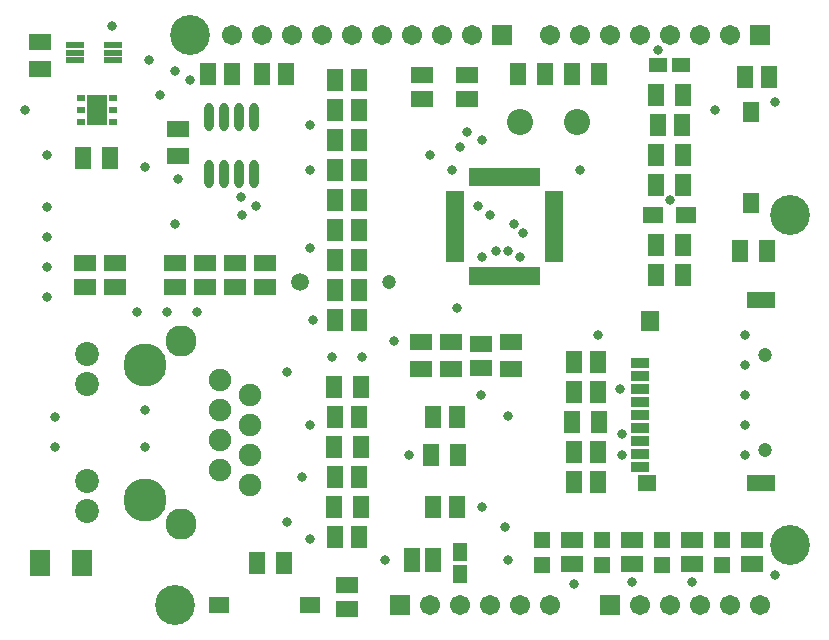
<source format=gts>
G04 Layer_Color=8388736*
%FSLAX25Y25*%
%MOIN*%
G70*
G01*
G75*
%ADD54R,0.07300X0.05800*%
%ADD55R,0.05800X0.07300*%
%ADD56R,0.07099X0.05721*%
%ADD57R,0.06800X0.08800*%
%ADD58R,0.06706X0.05524*%
%ADD59R,0.05918X0.03556*%
%ADD60R,0.06312X0.05524*%
%ADD61R,0.09461X0.05524*%
%ADD62R,0.06312X0.07099*%
%ADD63R,0.05918X0.04934*%
%ADD64R,0.01981X0.06312*%
%ADD65R,0.06312X0.01981*%
%ADD66R,0.04934X0.05918*%
%ADD67R,0.05721X0.08083*%
%ADD68R,0.05524X0.05524*%
%ADD69R,0.05524X0.06706*%
%ADD70R,0.05918X0.02375*%
%ADD71R,0.06706X0.10249*%
%ADD72R,0.03162X0.02375*%
%ADD73O,0.03162X0.09461*%
%ADD74C,0.13300*%
%ADD75C,0.06706*%
%ADD76R,0.06706X0.06706*%
%ADD77C,0.08674*%
%ADD78C,0.04737*%
%ADD79C,0.05918*%
%ADD80C,0.10367*%
%ADD81C,0.07493*%
%ADD82C,0.07965*%
%ADD83C,0.14383*%
%ADD84C,0.03300*%
D54*
X35000Y116000D02*
D03*
Y124000D02*
D03*
X25000Y116000D02*
D03*
Y124000D02*
D03*
X65000Y116000D02*
D03*
Y124000D02*
D03*
X55000Y116000D02*
D03*
Y124000D02*
D03*
X85000Y116000D02*
D03*
Y124000D02*
D03*
X75000Y116000D02*
D03*
Y124000D02*
D03*
X147000Y88500D02*
D03*
Y97500D02*
D03*
X167000Y88500D02*
D03*
Y97500D02*
D03*
X112500Y8500D02*
D03*
Y16500D02*
D03*
X137500Y186500D02*
D03*
Y178500D02*
D03*
X152500Y186500D02*
D03*
Y178500D02*
D03*
X137000Y88500D02*
D03*
Y97500D02*
D03*
X157000Y89000D02*
D03*
Y97000D02*
D03*
X187500Y23500D02*
D03*
Y31500D02*
D03*
X207500D02*
D03*
Y23500D02*
D03*
X227500Y31500D02*
D03*
Y23500D02*
D03*
X247500Y31500D02*
D03*
Y23500D02*
D03*
X10000Y197500D02*
D03*
Y188500D02*
D03*
X56000Y159500D02*
D03*
Y168500D02*
D03*
D55*
X108000Y82500D02*
D03*
X117000D02*
D03*
X108500Y72500D02*
D03*
X116500D02*
D03*
X108500Y52500D02*
D03*
X116500D02*
D03*
X108000Y42500D02*
D03*
X117000D02*
D03*
X108500Y32500D02*
D03*
X116500D02*
D03*
X141000Y72500D02*
D03*
X149000D02*
D03*
X224500Y120000D02*
D03*
X215500D02*
D03*
X224500Y130000D02*
D03*
X215500D02*
D03*
X224500Y160000D02*
D03*
X215500D02*
D03*
X224000Y170000D02*
D03*
X216000D02*
D03*
X169500Y187000D02*
D03*
X178500D02*
D03*
X196500D02*
D03*
X187500D02*
D03*
X108500Y185000D02*
D03*
X116500D02*
D03*
X108500Y175000D02*
D03*
X116500D02*
D03*
X108500Y165000D02*
D03*
X116500D02*
D03*
X108500Y155000D02*
D03*
X116500D02*
D03*
X108500Y145000D02*
D03*
X116500D02*
D03*
X108500Y135000D02*
D03*
X116500D02*
D03*
X108500Y125000D02*
D03*
X116500D02*
D03*
X108500Y115000D02*
D03*
X116500D02*
D03*
X108500Y105000D02*
D03*
X116500D02*
D03*
X82500Y24000D02*
D03*
X91500D02*
D03*
X196000Y51000D02*
D03*
X188000D02*
D03*
X196000Y81000D02*
D03*
X188000D02*
D03*
X196000Y61000D02*
D03*
X188000D02*
D03*
X196000Y91000D02*
D03*
X188000D02*
D03*
X187500Y71000D02*
D03*
X196500D02*
D03*
X224500Y150000D02*
D03*
X215500D02*
D03*
X224500Y180000D02*
D03*
X215500D02*
D03*
X108000Y62500D02*
D03*
X117000D02*
D03*
X149500Y60000D02*
D03*
X140500D02*
D03*
X245000Y186000D02*
D03*
X253000D02*
D03*
X252500Y128000D02*
D03*
X243500D02*
D03*
X24500Y159000D02*
D03*
X33500D02*
D03*
X74000Y187000D02*
D03*
X66000D02*
D03*
X84000D02*
D03*
X92000D02*
D03*
X141000Y42500D02*
D03*
X149000D02*
D03*
D56*
X225413Y140000D02*
D03*
X214587D02*
D03*
D57*
X24000Y24000D02*
D03*
X10000D02*
D03*
D58*
X69842Y10000D02*
D03*
X100157D02*
D03*
D59*
X210000Y90492D02*
D03*
Y86161D02*
D03*
Y81831D02*
D03*
Y77500D02*
D03*
Y73169D02*
D03*
Y68839D02*
D03*
Y64508D02*
D03*
Y60177D02*
D03*
Y55847D02*
D03*
D60*
X212559Y50728D02*
D03*
D61*
X250354D02*
D03*
Y111752D02*
D03*
D62*
X213347Y104665D02*
D03*
D63*
X216260Y190000D02*
D03*
X223740D02*
D03*
D64*
X154173Y119465D02*
D03*
X156142D02*
D03*
X158110D02*
D03*
X160079D02*
D03*
X162047D02*
D03*
X164016D02*
D03*
X165984D02*
D03*
X167953D02*
D03*
X169921D02*
D03*
X171890D02*
D03*
X173858D02*
D03*
X175827D02*
D03*
Y152535D02*
D03*
X173858D02*
D03*
X171890D02*
D03*
X169921D02*
D03*
X167953D02*
D03*
X165984D02*
D03*
X164016D02*
D03*
X162047D02*
D03*
X160079D02*
D03*
X158110D02*
D03*
X156142D02*
D03*
X154173D02*
D03*
D65*
X181535Y125173D02*
D03*
Y127142D02*
D03*
Y129110D02*
D03*
Y131079D02*
D03*
Y133047D02*
D03*
Y135016D02*
D03*
Y136984D02*
D03*
Y138953D02*
D03*
Y140921D02*
D03*
Y142890D02*
D03*
Y144858D02*
D03*
Y146827D02*
D03*
X148465D02*
D03*
Y144858D02*
D03*
Y142890D02*
D03*
Y140921D02*
D03*
Y138953D02*
D03*
Y136984D02*
D03*
Y135016D02*
D03*
Y133047D02*
D03*
Y131079D02*
D03*
Y129110D02*
D03*
Y127142D02*
D03*
Y125173D02*
D03*
D66*
X150000Y27740D02*
D03*
Y20260D02*
D03*
D67*
X134055Y25000D02*
D03*
X140945D02*
D03*
D68*
X177499Y23367D02*
D03*
Y31635D02*
D03*
X197499Y23367D02*
D03*
Y31635D02*
D03*
X217499Y23367D02*
D03*
Y31635D02*
D03*
X237499Y23367D02*
D03*
Y31635D02*
D03*
D69*
X247000Y143842D02*
D03*
Y174158D02*
D03*
D70*
X21701Y196559D02*
D03*
Y194000D02*
D03*
Y191441D02*
D03*
X34299D02*
D03*
Y194000D02*
D03*
Y196559D02*
D03*
D71*
X29000Y175000D02*
D03*
D72*
X34315Y178937D02*
D03*
Y175000D02*
D03*
Y171063D02*
D03*
X23685D02*
D03*
Y175000D02*
D03*
Y178937D02*
D03*
D73*
X81500Y172449D02*
D03*
X76500D02*
D03*
X71500D02*
D03*
X66500D02*
D03*
X81500Y153551D02*
D03*
X76500D02*
D03*
X71500D02*
D03*
X66500D02*
D03*
D74*
X55000Y10000D02*
D03*
X260000Y30000D02*
D03*
Y140000D02*
D03*
X60000Y200000D02*
D03*
D75*
X180000D02*
D03*
X210000D02*
D03*
X240000D02*
D03*
X230000D02*
D03*
X220000D02*
D03*
X200000D02*
D03*
X190000D02*
D03*
X74000D02*
D03*
X84000D02*
D03*
X94000D02*
D03*
X124000D02*
D03*
X154000D02*
D03*
X144000D02*
D03*
X134000D02*
D03*
X114000D02*
D03*
X104000D02*
D03*
X180000Y10000D02*
D03*
X160000D02*
D03*
X150000D02*
D03*
X140000D02*
D03*
X170000D02*
D03*
X250000D02*
D03*
X230000D02*
D03*
X220000D02*
D03*
X210000D02*
D03*
X240000D02*
D03*
D76*
X250000Y200000D02*
D03*
X164000D02*
D03*
X130000Y10000D02*
D03*
X200000D02*
D03*
D77*
X189213Y171000D02*
D03*
X170000D02*
D03*
D78*
X251929Y61752D02*
D03*
Y93248D02*
D03*
X126279Y117500D02*
D03*
D79*
X96752D02*
D03*
D80*
X57008Y37008D02*
D03*
Y97992D02*
D03*
D81*
X80000Y50000D02*
D03*
X70000Y55000D02*
D03*
X80000Y60000D02*
D03*
X70000Y65000D02*
D03*
X80000Y70000D02*
D03*
X70000Y75000D02*
D03*
X80000Y80000D02*
D03*
X70000Y85000D02*
D03*
D82*
X25709Y93583D02*
D03*
Y83583D02*
D03*
Y51417D02*
D03*
Y41417D02*
D03*
D83*
X45000Y90000D02*
D03*
Y45000D02*
D03*
D84*
X12500Y160000D02*
D03*
X45000Y62500D02*
D03*
Y75000D02*
D03*
X15000Y62500D02*
D03*
Y72500D02*
D03*
X147500Y155000D02*
D03*
X190000D02*
D03*
X235000Y175000D02*
D03*
X100000Y170000D02*
D03*
X97500Y52500D02*
D03*
X92500Y37500D02*
D03*
Y87500D02*
D03*
X117500Y92500D02*
D03*
X107500D02*
D03*
X245000Y60000D02*
D03*
Y70000D02*
D03*
Y80000D02*
D03*
Y90000D02*
D03*
Y100000D02*
D03*
X62500Y107500D02*
D03*
X52500D02*
D03*
X42500D02*
D03*
X12500Y112500D02*
D03*
Y122500D02*
D03*
Y132500D02*
D03*
Y142500D02*
D03*
X157500Y126000D02*
D03*
Y42500D02*
D03*
X162047Y127953D02*
D03*
X166000Y128000D02*
D03*
Y73000D02*
D03*
X170000Y126000D02*
D03*
X77500Y140000D02*
D03*
X82000Y143000D02*
D03*
X77000Y146000D02*
D03*
X149000Y109000D02*
D03*
X140000Y160000D02*
D03*
X150000Y162500D02*
D03*
X157500Y165000D02*
D03*
X152500Y167500D02*
D03*
X100000Y32000D02*
D03*
X133000Y60000D02*
D03*
X100000Y70000D02*
D03*
X255000Y20000D02*
D03*
X227500Y17500D02*
D03*
X207500D02*
D03*
X188000Y17000D02*
D03*
X56000Y152000D02*
D03*
X34000Y203000D02*
D03*
X46559Y191441D02*
D03*
X196000Y100000D02*
D03*
X203415Y81831D02*
D03*
X171000Y134000D02*
D03*
X168000Y137000D02*
D03*
X156142Y143000D02*
D03*
X204000Y67000D02*
D03*
Y60000D02*
D03*
X160000Y140000D02*
D03*
X216000Y195000D02*
D03*
X165000Y36000D02*
D03*
X157000Y80000D02*
D03*
X128000Y98000D02*
D03*
X220000Y145000D02*
D03*
X101000Y105000D02*
D03*
X100000Y129000D02*
D03*
X55000Y137000D02*
D03*
X125000Y25000D02*
D03*
X5000Y175000D02*
D03*
X55000Y188000D02*
D03*
X50000Y180000D02*
D03*
X60000Y185000D02*
D03*
X255000Y177500D02*
D03*
X45000Y156000D02*
D03*
X166250Y25000D02*
D03*
X100000Y155000D02*
D03*
X28838Y174838D02*
D03*
M02*

</source>
